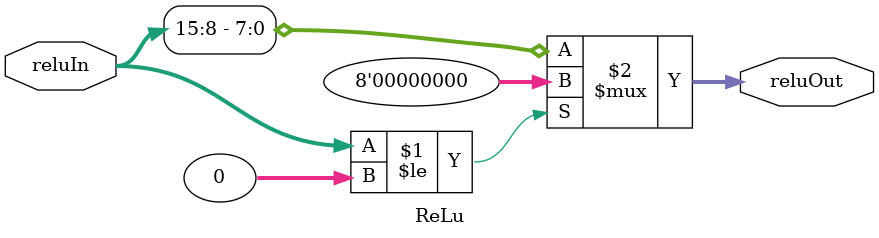
<source format=v>
module ReLu #(
    parameter WIDTH = 8
    ) (reluIn, reluOut);

    input signed [(2*WIDTH)-1:0] reluIn;
    output [WIDTH-1:0] reluOut;

    assign reluOut = (reluIn <= 0) ? {WIDTH{1'b0}} :
                     reluIn[(2*WIDTH)-1:WIDTH];
endmodule


</source>
